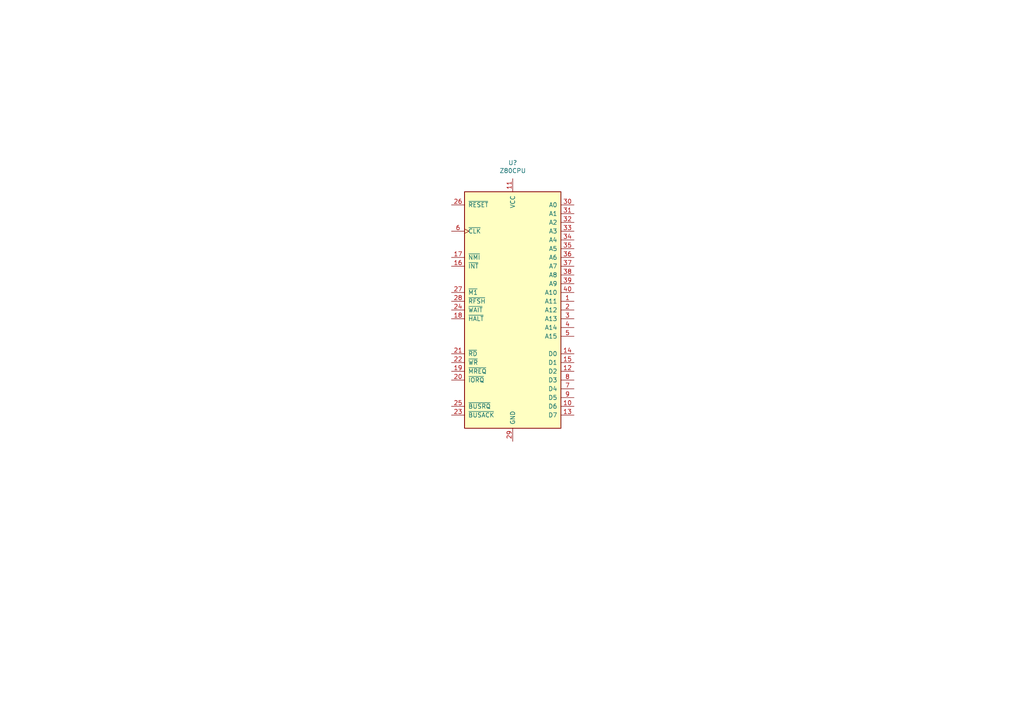
<source format=kicad_sch>
(kicad_sch (version 20211123) (generator eeschema)
  (paper "A4")
  (lib_symbols
    (symbol "CPU:Z80CPU" (pin_names (offset 1.016))
      (property "Reference" "U" (at -13.97 35.56 0))
      (property "Value" "Z80CPU" (at 6.35 35.56 0))
      (symbol "Z80CPU_0_1"
        (rectangle (start -13.97 34.29) (end 13.97 -34.29) (stroke (width 0.254)) (fill (type background)))
      )
      (symbol "Z80CPU_1_1"
        (pin output line (at 17.78 2.54 180) (length 3.81) (name "A11") (number "1"))
        (pin bidirectional line (at 17.78 -27.94 180) (length 3.81) (name "D6") (number "10"))
        (pin power_in line (at 0 38.1 270) (length 3.81) (name "VCC") (number "11"))
        (pin bidirectional line (at 17.78 -17.78 180) (length 3.81) (name "D2") (number "12"))
        (pin bidirectional line (at 17.78 -30.48 180) (length 3.81) (name "D7") (number "13"))
        (pin bidirectional line (at 17.78 -12.7 180) (length 3.81) (name "D0") (number "14"))
        (pin bidirectional line (at 17.78 -15.24 180) (length 3.81) (name "D1") (number "15"))
        (pin input line (at -17.78 12.7 0) (length 3.81) (name "~{INT}") (number "16"))
        (pin input line (at -17.78 15.24 0) (length 3.81) (name "~{NMI}") (number "17"))
        (pin output line (at -17.78 -2.54 0) (length 3.81) (name "~{HALT}") (number "18"))
        (pin output line (at -17.78 -17.78 0) (length 3.81) (name "~{MREQ}") (number "19"))
        (pin output line (at 17.78 0 180) (length 3.81) (name "A12") (number "2"))
        (pin output line (at -17.78 -20.32 0) (length 3.81) (name "~{IORQ}") (number "20"))
        (pin output line (at -17.78 -12.7 0) (length 3.81) (name "~{RD}") (number "21"))
        (pin output line (at -17.78 -15.24 0) (length 3.81) (name "~{WR}") (number "22"))
        (pin output line (at -17.78 -30.48 0) (length 3.81) (name "~{BUSACK}") (number "23"))
        (pin input line (at -17.78 0 0) (length 3.81) (name "~{WAIT}") (number "24"))
        (pin input line (at -17.78 -27.94 0) (length 3.81) (name "~{BUSRQ}") (number "25"))
        (pin input line (at -17.78 30.48 0) (length 3.81) (name "~{RESET}") (number "26"))
        (pin output line (at -17.78 5.08 0) (length 3.81) (name "~{M1}") (number "27"))
        (pin output line (at -17.78 2.54 0) (length 3.81) (name "~{RFSH}") (number "28"))
        (pin power_in line (at 0 -38.1 90) (length 3.81) (name "GND") (number "29"))
        (pin output line (at 17.78 -2.54 180) (length 3.81) (name "A13") (number "3"))
        (pin output line (at 17.78 30.48 180) (length 3.81) (name "A0") (number "30"))
        (pin output line (at 17.78 27.94 180) (length 3.81) (name "A1") (number "31"))
        (pin output line (at 17.78 25.4 180) (length 3.81) (name "A2") (number "32"))
        (pin output line (at 17.78 22.86 180) (length 3.81) (name "A3") (number "33"))
        (pin output line (at 17.78 20.32 180) (length 3.81) (name "A4") (number "34"))
        (pin output line (at 17.78 17.78 180) (length 3.81) (name "A5") (number "35"))
        (pin output line (at 17.78 15.24 180) (length 3.81) (name "A6") (number "36"))
        (pin output line (at 17.78 12.7 180) (length 3.81) (name "A7") (number "37"))
        (pin output line (at 17.78 10.16 180) (length 3.81) (name "A8") (number "38"))
        (pin output line (at 17.78 7.62 180) (length 3.81) (name "A9") (number "39"))
        (pin output line (at 17.78 -5.08 180) (length 3.81) (name "A14") (number "4"))
        (pin output line (at 17.78 5.08 180) (length 3.81) (name "A10") (number "40"))
        (pin output line (at 17.78 -7.62 180) (length 3.81) (name "A15") (number "5"))
        (pin input clock (at -17.78 22.86 0) (length 3.81) (name "~{CLK}") (number "6"))
        (pin bidirectional line (at 17.78 -22.86 180) (length 3.81) (name "D4") (number "7"))
        (pin bidirectional line (at 17.78 -20.32 180) (length 3.81) (name "D3") (number "8"))
        (pin bidirectional line (at 17.78 -25.4 180) (length 3.81) (name "D5") (number "9"))
      )
    )
  )
  (symbol (lib_id "CPU:Z80CPU") (at 148.717 89.916 0) (unit 1)
    (property "Reference" "U?" (at 148.717 47.2186 0))
    (property "Value" "Z80CPU" (at 148.717 49.53 0))
    (property "Datasheet" "www.zilog.com/manage_directlink.php?filepath=docs/z80/um0080" (effects hide))
  )
)
</source>
